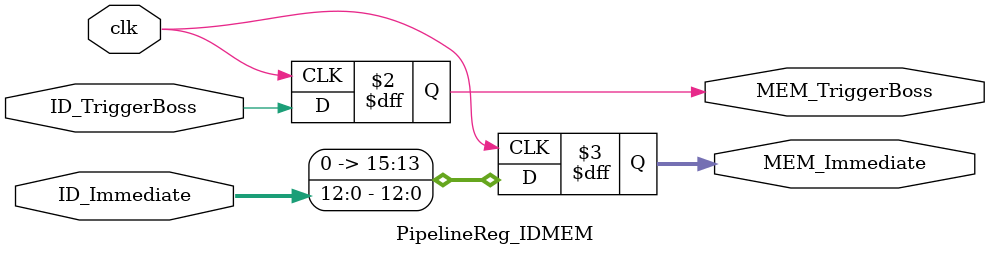
<source format=v>
`timescale 1ns / 1ps

module PipelineReg_IDMEM(
    input clk,
    input ID_TriggerBoss,
    input [12:0] ID_Immediate,
    output reg MEM_TriggerBoss,
    output reg [15:0] MEM_Immediate
);

always @(posedge clk) begin
    MEM_TriggerBoss <= ID_TriggerBoss;
    MEM_Immediate <= { 2'b00, ID_Immediate};
end

endmodule
</source>
